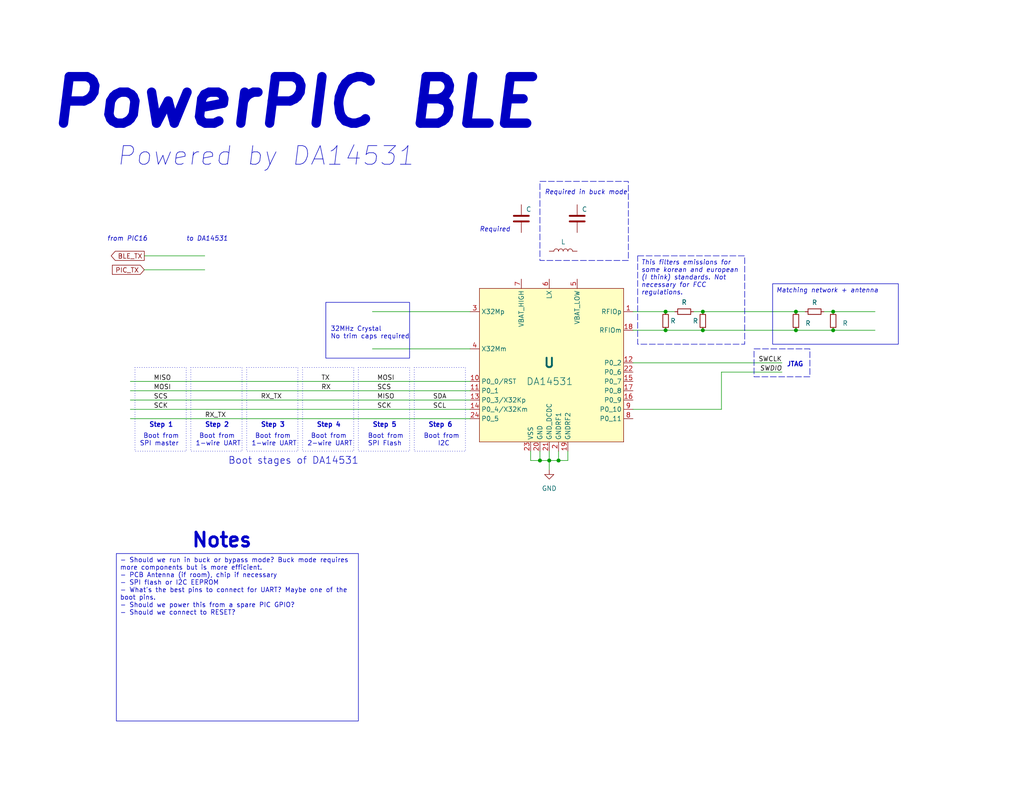
<source format=kicad_sch>
(kicad_sch (version 20220622) (generator eeschema)
  (paper "USLetter")
  (title_block (title "Power PIC Calculator Watch") (date "2022-08-17") (rev "3.0") (comment 1 "Designed by Rex McKinnon <0xff@rexploits.com>") (comment 3 "IN DEVELOPMENT"))
  (lib_symbols
    (symbol "Device:C" (pin_numbers hide) (pin_names (offset 0.254))
      (property "Reference" "C" (at 0.635 2.54 0))
      (property "Value" "C" (at 0.635 -2.54 0))
      (symbol "C_0_1"
        (polyline (pts (xy -2.032 -0.762) (xy 2.032 -0.762)) (stroke (width 0.508)))
        (polyline (pts (xy -2.032 0.762) (xy 2.032 0.762)) (stroke (width 0.508)))
      )
      (symbol "C_1_1"
        (pin passive line (at 0 3.81 270) (length 2.794) (name "~") (number "1"))
        (pin passive line (at 0 -3.81 90) (length 2.794) (name "~") (number "2"))
      )
    )
    (symbol "Device:L" (pin_numbers hide) (pin_names (offset 1.016) hide)
      (property "Reference" "L" (at -1.27 0 90))
      (property "Value" "L" (at 1.905 0 90))
      (symbol "L_0_1"
        (arc (start 0 -2.54) (mid 0.635 -1.905) (end 0 -1.27))
        (arc (start 0 -1.27) (mid 0.635 -0.635) (end 0 0))
        (arc (start 0 0) (mid 0.635 0.635) (end 0 1.27))
        (arc (start 0 1.27) (mid 0.635 1.905) (end 0 2.54))
      )
      (symbol "L_1_1"
        (pin passive line (at 0 3.81 270) (length 1.27) (name "1") (number "1"))
        (pin passive line (at 0 -3.81 90) (length 1.27) (name "2") (number "2"))
      )
    )
    (symbol "Device:R_Small" (pin_numbers hide) (pin_names (offset 0.254) hide)
      (property "Reference" "R" (at 0.762 0.508 0))
      (property "Value" "R_Small" (at 0.762 -1.016 0))
      (symbol "R_Small_0_1"
        (rectangle (start -0.762 1.778) (end 0.762 -1.778) (stroke (width 0.2032)))
      )
      (symbol "R_Small_1_1"
        (pin passive line (at 0 2.54 270) (length 0.762) (name "~") (number "1"))
        (pin passive line (at 0 -2.54 90) (length 0.762) (name "~") (number "2"))
      )
    )
    (symbol "power:GND" (power) (pin_names (offset 0))
      (property "Value" "GND" (at 0 -3.81 0))
      (symbol "GND_0_1"
        (polyline (pts (xy 0 0) (xy 0 -1.27) (xy 1.27 -1.27) (xy 0 -2.54) (xy -1.27 -1.27) (xy 0 -1.27)))
      )
      (symbol "GND_1_1"
        (pin power_in line (at 0 0 270) (length 0) hide (name "GND") (number "1"))
      )
    )
    (symbol "powerpic:DA14531"
      (property "Reference" "U" (at -19.05 22.86 0))
      (property "Value" "DA14531" (at 20.32 -24.13 0))
      (symbol "DA14531_0_1"
        (rectangle (start -19.05 20.32) (end 20.32 -21.59) (fill (type background)))
      )
      (symbol "DA14531_1_1"
        (pin bidirectional line (at 22.86 13.97 180) (length 2.54) (name "RFIOp") (number "1"))
        (pin bidirectional line (at -21.59 -5.08 0) (length 2.54) (name "P0_0/RST") (number "10"))
        (pin bidirectional line (at -21.59 -7.62 0) (length 2.54) (name "P0_1") (number "11"))
        (pin bidirectional line (at 22.86 0 180) (length 2.54) (name "P0_2") (number "12"))
        (pin bidirectional line (at -21.59 -10.16 0) (length 2.54) (name "P0_3/X32Kp") (number "13"))
        (pin bidirectional line (at -21.59 -12.7 0) (length 2.54) (name "P0_4/X32Km") (number "14"))
        (pin bidirectional line (at 22.86 -5.08 180) (length 2.54) (name "P0_7") (number "15"))
        (pin bidirectional line (at 22.86 -10.16 180) (length 2.54) (name "P0_9") (number "16"))
        (pin bidirectional line (at 22.86 -7.62 180) (length 2.54) (name "P0_8") (number "17"))
        (pin bidirectional line (at 22.86 8.89 180) (length 2.54) (name "RFIOm") (number "18"))
        (pin power_in line (at 5.08 -24.13 90) (length 2.54) (name "GNDRF2") (number "19"))
        (pin bidirectional line (at 2.54 -24.13 90) (length 2.54) (name "GNDRF1") (number "2"))
        (pin power_in line (at -2.54 -24.13 90) (length 2.54) (name "GND") (number "20"))
        (pin power_in line (at 0 -24.13 90) (length 2.54) (name "GND_DCDC") (number "21"))
        (pin bidirectional line (at 22.86 -2.54 180) (length 2.54) (name "P0_6") (number "22"))
        (pin power_in line (at -5.08 -24.13 90) (length 2.54) (name "VSS") (number "23"))
        (pin bidirectional line (at -21.59 -15.24 0) (length 2.54) (name "P0_5") (number "24"))
        (pin bidirectional line (at -21.59 13.97 0) (length 2.54) (name "X32Mp") (number "3"))
        (pin bidirectional line (at -21.59 3.81 0) (length 2.54) (name "X32Mm") (number "4"))
        (pin power_in line (at 7.62 22.86 270) (length 2.54) (name "VBAT_LOW") (number "5"))
        (pin power_out line (at 0 22.86 270) (length 2.54) (name "LX") (number "6"))
        (pin power_in line (at -7.62 22.86 270) (length 2.54) (name "VBAT_HIGH") (number "7"))
        (pin bidirectional line (at 22.86 -15.24 180) (length 2.54) (name "P0_11") (number "8"))
        (pin bidirectional line (at 22.86 -12.7 180) (length 2.54) (name "P0_10") (number "9"))
      )
    )
  )
  (junction (at 191.77 90.17))
  (junction (at 227.33 90.17))
  (junction (at 191.77 85.09))
  (junction (at 147.32 125.73))
  (junction (at 152.4 125.73))
  (junction (at 217.17 90.17))
  (junction (at 181.61 90.17))
  (junction (at 149.86 125.73))
  (junction (at 217.17 85.09))
  (junction (at 181.61 85.09))
  (junction (at 227.33 85.09))
  (wire (pts (xy 217.17 90.17) (xy 227.33 90.17)))
  (wire (pts (xy 101.6 95.25) (xy 128.27 95.25)))
  (wire (pts (xy 35.56 114.3) (xy 128.27 114.3)))
  (wire (pts (xy 172.72 90.17) (xy 181.61 90.17)))
  (wire (pts (xy 35.56 106.68) (xy 128.27 106.68)))
  (wire (pts (xy 196.85 101.6) (xy 213.36 101.6)))
  (wire (pts (xy 172.72 85.09) (xy 181.61 85.09)))
  (wire (pts (xy 227.33 90.17) (xy 238.76 90.17)))
  (wire (pts (xy 181.61 85.09) (xy 184.15 85.09)))
  (wire (pts (xy 149.86 125.73) (xy 149.86 128.27)))
  (wire (pts (xy 35.56 109.22) (xy 128.27 109.22)))
  (wire (pts (xy 181.61 90.17) (xy 191.77 90.17)))
  (wire (pts (xy 217.17 85.09) (xy 219.71 85.09)))
  (wire (pts (xy 35.56 104.14) (xy 128.27 104.14)))
  (wire (pts (xy 191.77 85.09) (xy 217.17 85.09)))
  (wire (pts (xy 189.23 85.09) (xy 191.77 85.09)))
  (wire (pts (xy 152.4 123.19) (xy 152.4 125.73)))
  (wire (pts (xy 196.85 111.76) (xy 196.85 101.6)))
  (wire (pts (xy 149.86 123.19) (xy 149.86 125.73)))
  (wire (pts (xy 224.79 85.09) (xy 227.33 85.09)))
  (wire (pts (xy 101.6 85.09) (xy 128.27 85.09)))
  (wire (pts (xy 191.77 90.17) (xy 217.17 90.17)))
  (wire (pts (xy 39.37 69.85) (xy 55.88 69.85)))
  (wire (pts (xy 39.37 73.66) (xy 55.88 73.66)))
  (wire (pts (xy 172.72 99.06) (xy 213.36 99.06)))
  (wire (pts (xy 152.4 125.73) (xy 154.94 125.73)))
  (wire (pts (xy 144.78 123.19) (xy 144.78 125.73)))
  (wire (pts (xy 149.86 125.73) (xy 152.4 125.73)))
  (wire (pts (xy 147.32 125.73) (xy 149.86 125.73)))
  (wire (pts (xy 154.94 125.73) (xy 154.94 123.19)))
  (wire (pts (xy 172.72 111.76) (xy 196.85 111.76)))
  (wire (pts (xy 35.56 111.76) (xy 128.27 111.76)))
  (wire (pts (xy 227.33 85.09) (xy 238.76 85.09)))
  (wire (pts (xy 144.78 125.73) (xy 147.32 125.73)))
  (wire (pts (xy 147.32 123.19) (xy 147.32 125.73)))
  (rectangle (start 88.9 82.55) (end 111.76 97.79))
  (rectangle (start 147.32 49.53) (end 171.45 71.12) (stroke (width 0) (type dash)))
  (rectangle (start 36.83 100.33) (end 50.8 123.19) (stroke (width 0) (type dot)))
  (rectangle (start 113.03 100.33) (end 127 123.19) (stroke (width 0) (type dot)))
  (rectangle (start 82.55 100.33) (end 96.52 123.19) (stroke (width 0) (type dot)))
  (rectangle (start 67.31 100.33) (end 81.28 123.19) (stroke (width 0) (type dot)))
  (rectangle (start 205.74 95.25) (end 220.98 102.87) (stroke (width 0) (type dash)))
  (rectangle (start 97.79 100.33) (end 111.76 123.19) (stroke (width 0) (type dot)))
  (rectangle (start 52.07 100.33) (end 66.04 123.19) (stroke (width 0) (type dot)))
  (text_box "- Should we run in buck or bypass mode? Buck mode requires more components but is more efficient.\n- PCB Antenna (if room), chip if necessary\n- SPI flash or I2C EEPROM\n- What's the best pins to connect for UART? Maybe one of the boot pins.\n- Should we power this from a spare PIC GPIO?\n- Should we connect to RESET?" (at 31.75 151.13 0) (size 66.04 45.72) (effects (font (size 1.27 1.27)) (justify left top)))
  (text_box "This filters emissions for some korean and european (I think) standards. Not necessary for FCC regulations." (at 173.99 69.85 0) (size 29.21 24.13) (stroke (width 0) (type dash)) (effects (font (size 1.27 1.27) italic) (justify left top)))
  (text_box "Matching network + antenna" (at 210.82 77.47 0) (size 34.29 16.51) (effects (font (size 1.27 1.27) italic) (justify left top)))
  (text "PowerPIC BLE" (at 12.7 35.56 0) (effects (font (size 12.7 12.7) (thickness 2.54) bold italic) (justify left bottom)))
  (text "Boot stages of DA14531" (at 62.23 127 0) (effects (font (size 1.905 1.905)) (justify left bottom)))
  (text "Notes" (at 52.07 149.86 0) (effects (font (size 3.81 3.81) (thickness 0.762) bold) (justify left bottom)))
  (text "Boot from\n    I2C" (at 115.57 121.92 0) (effects (font (size 1.27 1.27)) (justify left bottom)))
  (text " Boot from\n2-wire UART" (at 83.82 121.92 0) (effects (font (size 1.27 1.27)) (justify left bottom)))
  (text "JTAG" (at 214.63 100.33 0) (effects (font (size 1.27 1.27) (thickness 0.254) bold) (justify left bottom)))
  (text "Boot from\nSPI Flash" (at 100.33 121.92 0) (effects (font (size 1.27 1.27)) (justify left bottom)))
  (text "Step 2" (at 55.88 116.84 0) (effects (font (size 1.27 1.27) bold) (justify left bottom)))
  (text "Required in buck mode" (at 148.59 53.34 0) (effects (font (size 1.27 1.27) italic) (justify left bottom)))
  (text "to DA14531" (at 50.8 66.04 0) (effects (font (size 1.27 1.27) italic) (justify left bottom)))
  (text "Step 1" (at 40.64 116.84 0) (effects (font (size 1.27 1.27) bold) (justify left bottom)))
  (text "from PIC16" (at 29.21 66.04 0) (effects (font (size 1.27 1.27) italic) (justify left bottom)))
  (text "Step 6" (at 116.84 116.84 0) (effects (font (size 1.27 1.27) bold) (justify left bottom)))
  (text " Boot from\nSPI master" (at 38.1 121.92 0) (effects (font (size 1.27 1.27)) (justify left bottom)))
  (text "Powered by DA14531" (at 31.75 45.72 0) (effects (font (size 5.08 5.08) italic) (justify left bottom)))
  (text " Boot from\n1-wire UART" (at 68.58 121.92 0) (effects (font (size 1.27 1.27)) (justify left bottom)))
  (text "Step 4" (at 86.36 116.84 0) (effects (font (size 1.27 1.27) bold) (justify left bottom)))
  (text "Step 5" (at 101.6 116.84 0) (effects (font (size 1.27 1.27) bold) (justify left bottom)))
  (text " Boot from\n1-wire UART" (at 53.34 121.92 0) (effects (font (size 1.27 1.27)) (justify left bottom)))
  (text "Step 3" (at 71.12 116.84 0) (effects (font (size 1.27 1.27) bold) (justify left bottom)))
  (text "32MHz Crystal\nNo trim caps required" (at 90.17 92.71 0) (effects (font (size 1.27 1.27)) (justify left bottom)))
  (text "Required" (at 130.81 63.5 0) (effects (font (size 1.27 1.27) italic) (justify left bottom)))
  (label "RX" (at 87.63 106.68 0))
  (label "SCS" (at 102.87 106.68 0))
  (label "SCS" (at 41.91 109.22 0))
  (label "SWCLK" (at 213.36 99.06 180))
  (label "MISO" (at 41.91 104.14 0))
  (label "TX" (at 87.63 104.14 0))
  (label "SDA" (at 118.11 109.22 0))
  (label "RX_TX" (at 71.12 109.22 0))
  (label "MOSI" (at 102.87 104.14 0))
  (label "SWDIO" (at 213.36 101.6 180) (effects (font italic)))
  (label "MISO" (at 102.87 109.22 0))
  (label "SCK" (at 102.87 111.76 0))
  (label "RX_TX" (at 55.88 114.3 0))
  (label "SCK" (at 41.91 111.76 0))
  (label "SCL" (at 118.11 111.76 0))
  (label "MOSI" (at 41.91 106.68 0))
  (global_label "BLE_TX" (shape output) (at 39.37 69.85 180) (property "Intersheetrefs" "${INTERSHEET_REFS}" (effects hide)))
  (global_label "PIC_TX" (shape input) (at 39.37 73.66 180) (property "Intersheetrefs" "${INTERSHEET_REFS}" (effects hide)))
  (symbol (lib_id "Device:C") (at 142.24 59.69 0) (unit 1)
    (default_instance (reference "C") (unit 1) (value "C") (footprint ""))
    (property "Reference" "C" (at 143.51 57.15 0) (effects (justify left)))
    (property "Value" "C" (effects hide))
  )
  (symbol (lib_id "Device:R_Small") (at 217.17 87.63 0) (unit 1)
    (default_instance (reference "R") (unit 1) (value "R_Small") (footprint ""))
    (property "Reference" "R" (at 219.71 88.265 0) (effects (justify left)))
    (property "Value" "R_Small" (effects hide))
  )
  (symbol (lib_id "Device:L") (at 153.67 68.58 90) (unit 1)
    (default_instance (reference "L") (unit 1) (value "L") (footprint ""))
    (property "Reference" "L" (at 153.67 66.04 90))
    (property "Value" "L" (effects hide))
  )
  (symbol (lib_id "power:GND") (at 149.86 128.27 0) (unit 1)
    (default_instance (reference "#PWR") (unit 1) (value "GND") (footprint ""))
    (property "Reference" "#PWR" (effects hide))
    (property "Value" "GND" (at 149.86 133.35 0))
  )
  (symbol (lib_id "Device:R_Small") (at 191.77 87.63 0) (unit 1)
    (default_instance (reference "R") (unit 1) (value "R_Small") (footprint ""))
    (property "Reference" "R" (at 190.5 87.63 0) (effects (justify right)))
    (property "Value" "R_Small" (effects hide))
  )
  (symbol (lib_id "powerpic:DA14531") (at 149.86 99.06 0) (unit 1)
    (default_instance (reference "U") (unit 1) (value "DA14531") (footprint ""))
    (property "Reference" "U" (at 149.86 99.06 0) (effects (font (size 2.54 2.54) bold)))
    (property "Value" "DA14531" (at 143.51 104.14 0) (effects (font (size 1.905 1.905)) (justify left)))
  )
  (symbol (lib_id "Device:C") (at 157.48 59.69 0) (unit 1)
    (default_instance (reference "C") (unit 1) (value "C") (footprint ""))
    (property "Reference" "C" (at 158.75 57.15 0) (effects (justify left)))
    (property "Value" "C" (effects hide))
  )
  (symbol (lib_id "Device:R_Small") (at 222.25 85.09 90) (unit 1)
    (default_instance (reference "R") (unit 1) (value "R_Small") (footprint ""))
    (property "Reference" "R" (at 222.25 82.5979 90))
    (property "Value" "R_Small" (effects hide))
  )
  (symbol (lib_id "Device:R_Small") (at 227.33 87.63 0) (unit 1)
    (default_instance (reference "R") (unit 1) (value "R_Small") (footprint ""))
    (property "Reference" "R" (at 229.87 88.265 0) (effects (justify left)))
    (property "Value" "R_Small" (effects hide))
  )
  (symbol (lib_id "Device:R_Small") (at 186.69 85.09 90) (unit 1)
    (default_instance (reference "R") (unit 1) (value "R_Small") (footprint ""))
    (property "Reference" "R" (at 186.69 82.55 90))
    (property "Value" "R_Small" (effects hide))
  )
  (symbol (lib_id "Device:R_Small") (at 181.61 87.63 0) (unit 1)
    (default_instance (reference "R") (unit 1) (value "R_Small") (footprint ""))
    (property "Reference" "R" (at 182.88 87.63 0) (effects (justify left)))
    (property "Value" "R_Small" (effects hide))
  )
)
</source>
